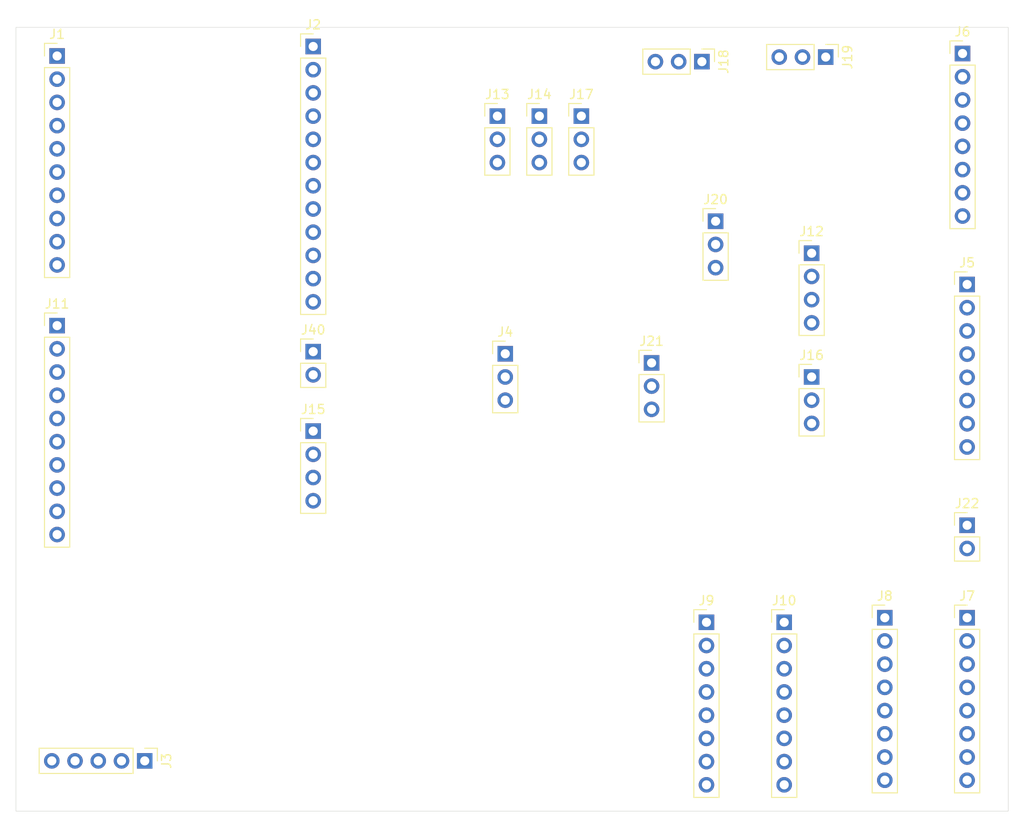
<source format=kicad_pcb>
(kicad_pcb (version 20241229) (generator "pcbnew") (generator_version "9.0")
  (layers (0 "F.Cu" signal) (2 "B.Cu" signal) (13 "F.Paste" user) (15 "B.Paste" user) (5 "F.SilkS" user "F.Silkscreen") (7 "B.SilkS" user "B.Silkscreen") (1 "F.Mask" user) (3 "B.Mask" user) (25 "Edge.Cuts" user))
  (net 0 "")
  (net 1 "PF10")
  (net 2 "PE5")
  (net 3 "PE6")
  (net 4 "PC4")
  (net 5 "PC3")
  (net 6 "PA5")
  (net 7 "PC2")
  (net 8 "GND")
  (net 9 "PF1")
  (net 10 "PC5")
  (net 11 "PE4")
  (net 12 "PC1")
  (net 13 "PF0")
  (net 14 "PE12")
  (net 15 "PA4")
  (net 16 "PI9")
  (net 17 "PB0")
  (net 18 "3V3")
  (net 19 "PB1")
  (net 20 "PA2")
  (net 21 "VCC_5V_ADJ")
  (net 22 "PA0")
  (net 23 "PA1")
  (net 24 "PI2")
  (net 25 "PI5")
  (net 26 "PI6")
  (net 27 "PI7")
  (net 28 "PA3")
  (net 29 "PD15")
  (net 30 "PD13")
  (net 31 "PD12")
  (net 32 "PH11")
  (net 33 "PH10")
  (net 34 "PH12")
  (net 35 "PI0")
  (net 36 "PD14")
  (net 37 "VCC_5V_U")
  (net 38 "PC0")
  (footprint "Connector_PinHeader_2.54mm:PinHeader_1x03_P2.54mm_Vertical" (layer "F.Cu") (at 130.82 47.46)
    (property "Reference" "J17" (at 0 -2.38 0) (layer "F.SilkS"))
    (property "Value" "Conn_01x03_Pin")
    (fp_line (start -1.38 -1.38) (end 0 -1.38) (stroke (width 0.12)) (layer "F.SilkS"))
    (fp_line (start -1.38 0) (end -1.38 -1.38) (stroke (width 0.12)) (layer "F.SilkS"))
    (fp_line (start -1.38 1.27) (end -1.38 6.46) (stroke (width 0.12)) (layer "F.SilkS"))
    (fp_line (start -1.38 1.27) (end 1.38 1.27) (stroke (width 0.12)) (layer "F.SilkS"))
    (fp_line (start -1.38 6.46) (end 1.38 6.46) (stroke (width 0.12)) (layer "F.SilkS"))
    (fp_line (start 1.38 1.27) (end 1.38 6.46) (stroke (width 0.12)) (layer "F.SilkS"))
    (pad "1" thru_hole rect (at 0 0) (size 1.7 1.7) (drill 1) (layers "*.Cu" "*.Mask") (net 31 "PD12"))
    (pad "2" thru_hole circle (at 0 2.54) (size 1.7 1.7) (drill 1) (layers "*.Cu" "*.Mask") (net 21 "VCC_5V_ADJ"))
    (pad "3" thru_hole circle (at 0 5.08) (size 1.7 1.7) (drill 1) (layers "*.Cu" "*.Mask") (net 8 "GND"))
  )
  (footprint "Connector_PinHeader_2.54mm:PinHeader_1x03_P2.54mm_Vertical" (layer "F.Cu") (at 144 41.5 -90)
    (property "Reference" "J18" (at 0 -2.38 90) (layer "F.SilkS"))
    (property "Value" "Conn_01x03_Pin")
    (fp_line (start -1.38 6.46) (end 1.38 6.46) (stroke (width 0.12)) (layer "F.SilkS"))
    (fp_line (start -1.38 1.27) (end -1.38 6.46) (stroke (width 0.12)) (layer "F.SilkS"))
    (fp_line (start -1.38 1.27) (end 1.38 1.27) (stroke (width 0.12)) (layer "F.SilkS"))
    (fp_line (start 1.38 1.27) (end 1.38 6.46) (stroke (width 0.12)) (layer "F.SilkS"))
    (fp_line (start -1.38 0) (end -1.38 -1.38) (stroke (width 0.12)) (layer "F.SilkS"))
    (fp_line (start -1.38 -1.38) (end 0 -1.38) (stroke (width 0.12)) (layer "F.SilkS"))
    (pad "1" thru_hole rect (at 0 0 270) (size 1.7 1.7) (drill 1) (layers "*.Cu" "*.Mask") (net 30 "PD13"))
    (pad "2" thru_hole circle (at 0 2.54 270) (size 1.7 1.7) (drill 1) (layers "*.Cu" "*.Mask") (net 21 "VCC_5V_ADJ"))
    (pad "3" thru_hole circle (at 0 5.08 270) (size 1.7 1.7) (drill 1) (layers "*.Cu" "*.Mask") (net 8 "GND"))
  )
  (footprint "Connector_PinHeader_2.54mm:PinHeader_1x03_P2.54mm_Vertical" (layer "F.Cu") (at 156 76)
    (property "Reference" "J16" (at 0 -2.38 0) (layer "F.SilkS"))
    (property "Value" "Conn_01x03_Pin")
    (fp_line (start -1.38 -1.38) (end 0 -1.38) (stroke (width 0.12)) (layer "F.SilkS"))
    (fp_line (start -1.38 0) (end -1.38 -1.38) (stroke (width 0.12)) (layer "F.SilkS"))
    (fp_line (start -1.38 1.27) (end -1.38 6.46) (stroke (width 0.12)) (layer "F.SilkS"))
    (fp_line (start -1.38 1.27) (end 1.38 1.27) (stroke (width 0.12)) (layer "F.SilkS"))
    (fp_line (start -1.38 6.46) (end 1.38 6.46) (stroke (width 0.12)) (layer "F.SilkS"))
    (fp_line (start 1.38 1.27) (end 1.38 6.46) (stroke (width 0.12)) (layer "F.SilkS"))
    (pad "1" thru_hole rect (at 0 0) (size 1.7 1.7) (drill 1) (layers "*.Cu" "*.Mask") (net 28 "PA3"))
    (pad "2" thru_hole circle (at 0 2.54) (size 1.7 1.7) (drill 1) (layers "*.Cu" "*.Mask") (net 21 "VCC_5V_ADJ"))
    (pad "3" thru_hole circle (at 0 5.08) (size 1.7 1.7) (drill 1) (layers "*.Cu" "*.Mask") (net 8 "GND"))
  )
  (footprint "Connector_PinHeader_2.54mm:PinHeader_1x08_P2.54mm_Vertical" (layer "F.Cu") (at 173 65.88)
    (property "Reference" "J5" (at 0 -2.38 0) (layer "F.SilkS"))
    (property "Value" "Conn_01x08_Pin")
    (fp_line (start -1.38 -1.38) (end 0 -1.38) (stroke (width 0.12)) (layer "F.SilkS"))
    (fp_line (start -1.38 0) (end -1.38 -1.38) (stroke (width 0.12)) (layer "F.SilkS"))
    (fp_line (start -1.38 1.27) (end -1.38 19.16) (stroke (width 0.12)) (layer "F.SilkS"))
    (fp_line (start -1.38 1.27) (end 1.38 1.27) (stroke (width 0.12)) (layer "F.SilkS"))
    (fp_line (start -1.38 19.16) (end 1.38 19.16) (stroke (width 0.12)) (layer "F.SilkS"))
    (fp_line (start 1.38 1.27) (end 1.38 19.16) (stroke (width 0.12)) (layer "F.SilkS"))
    (pad "1" thru_hole rect (at 0 0) (size 1.7 1.7) (drill 1) (layers "*.Cu" "*.Mask") (net 22 "PA0"))
    (pad "2" thru_hole circle (at 0 2.54) (size 1.7 1.7) (drill 1) (layers "*.Cu" "*.Mask") (net 23 "PA1"))
    (pad "3" thru_hole circle (at 0 5.08) (size 1.7 1.7) (drill 1) (layers "*.Cu" "*.Mask") (net 20 "PA2"))
    (pad "4" thru_hole circle (at 0 7.62) (size 1.7 1.7) (drill 1) (layers "*.Cu" "*.Mask") (net 28 "PA3"))
    (pad "5" thru_hole circle (at 0 10.16) (size 1.7 1.7) (drill 1) (layers "*.Cu" "*.Mask") (net 25 "PI5"))
    (pad "6" thru_hole circle (at 0 12.7) (size 1.7 1.7) (drill 1) (layers "*.Cu" "*.Mask") (net 26 "PI6"))
    (pad "7" thru_hole circle (at 0 15.24) (size 1.7 1.7) (drill 1) (layers "*.Cu" "*.Mask") (net 27 "PI7"))
    (pad "8" thru_hole circle (at 0 17.78) (size 1.7 1.7) (drill 1) (layers "*.Cu" "*.Mask") (net 24 "PI2"))
  )
  (footprint "Connector_PinHeader_2.54mm:PinHeader_1x03_P2.54mm_Vertical" (layer "F.Cu") (at 122.5 73.46)
    (property "Reference" "J4" (at 0 -2.38 0) (layer "F.SilkS"))
    (property "Value" "Conn_01x03_Pin")
    (fp_line (start -1.38 -1.38) (end 0 -1.38) (stroke (width 0.12)) (layer "F.SilkS"))
    (fp_line (start -1.38 0) (end -1.38 -1.38) (stroke (width 0.12)) (layer "F.SilkS"))
    (fp_line (start -1.38 1.27) (end -1.38 6.46) (stroke (width 0.12)) (layer "F.SilkS"))
    (fp_line (start -1.38 1.27) (end 1.38 1.27) (stroke (width 0.12)) (layer "F.SilkS"))
    (fp_line (start -1.38 6.46) (end 1.38 6.46) (stroke (width 0.12)) (layer "F.SilkS"))
    (fp_line (start 1.38 1.27) (end 1.38 6.46) (stroke (width 0.12)) (layer "F.SilkS"))
    (pad "1" thru_hole rect (at 0 0) (size 1.7 1.7) (drill 1) (layers "*.Cu" "*.Mask") (net 20 "PA2"))
    (pad "2" thru_hole circle (at 0 2.54) (size 1.7 1.7) (drill 1) (layers "*.Cu" "*.Mask") (net 21 "VCC_5V_ADJ"))
    (pad "3" thru_hole circle (at 0 5.08) (size 1.7 1.7) (drill 1) (layers "*.Cu" "*.Mask") (net 8 "GND"))
  )
  (footprint "Connector_PinHeader_2.54mm:PinHeader_1x10_P2.54mm_Vertical" (layer "F.Cu") (at 73.5 40.88)
    (property "Reference" "J1" (at 0 -2.38 0) (layer "F.SilkS"))
    (property "Value" "Conn_01x10_Pin")
    (fp_line (start -1.38 -1.38) (end 0 -1.38) (stroke (width 0.12)) (layer "F.SilkS"))
    (fp_line (start -1.38 0) (end -1.38 -1.38) (stroke (width 0.12)) (layer "F.SilkS"))
    (fp_line (start -1.38 1.27) (end -1.38 24.24) (stroke (width 0.12)) (layer "F.SilkS"))
    (fp_line (start -1.38 1.27) (end 1.38 1.27) (stroke (width 0.12)) (layer "F.SilkS"))
    (fp_line (start -1.38 24.24) (end 1.38 24.24) (stroke (width 0.12)) (layer "F.SilkS"))
    (fp_line (start 1.38 1.27) (end 1.38 24.24) (stroke (width 0.12)) (layer "F.SilkS"))
    (pad "1" thru_hole rect (at 0 0) (size 1.7 1.7) (drill 1) (layers "*.Cu" "*.Mask") (net 9 "PF1"))
    (pad "2" thru_hole circle (at 0 2.54) (size 1.7 1.7) (drill 1) (layers "*.Cu" "*.Mask") (net 2 "PE5"))
    (pad "3" thru_hole circle (at 0 5.08) (size 1.7 1.7) (drill 1) (layers "*.Cu" "*.Mask") (net 3 "PE6"))
    (pad "4" thru_hole circle (at 0 7.62) (size 1.7 1.7) (drill 1) (layers "*.Cu" "*.Mask") (net 7 "PC2"))
    (pad "5" thru_hole circle (at 0 10.16) (size 1.7 1.7) (drill 1) (layers "*.Cu" "*.Mask") (net 5 "PC3"))
    (pad "6" thru_hole circle (at 0 12.7) (size 1.7 1.7) (drill 1) (layers "*.Cu" "*.Mask") (net 4 "PC4"))
    (pad "7" thru_hole circle (at 0 15.24) (size 1.7 1.7) (drill 1) (layers "*.Cu" "*.Mask") (net 10 "PC5"))
    (pad "8" thru_hole circle (at 0 17.78) (size 1.7 1.7) (drill 1) (layers "*.Cu" "*.Mask") (net 6 "PA5"))
    (pad "9" thru_hole circle (at 0 20.32) (size 1.7 1.7) (drill 1) (layers "*.Cu" "*.Mask") (net 1 "PF10"))
    (pad "10" thru_hole circle (at 0 22.86) (size 1.7 1.7) (drill 1) (layers "*.Cu" "*.Mask") (net 8 "GND"))
  )
  (footprint "Connector_PinHeader_2.54mm:PinHeader_1x08_P2.54mm_Vertical" (layer "F.Cu") (at 172.5 40.61)
    (property "Reference" "J6" (at 0 -2.38 0) (layer "F.SilkS"))
    (property "Value" "Conn_01x08_Pin")
    (fp_line (start -1.38 -1.38) (end 0 -1.38) (stroke (width 0.12)) (layer "F.SilkS"))
    (fp_line (start -1.38 0) (end -1.38 -1.38) (stroke (width 0.12)) (layer "F.SilkS"))
    (fp_line (start -1.38 1.27) (end -1.38 19.16) (stroke (width 0.12)) (layer "F.SilkS"))
    (fp_line (start -1.38 1.27) (end 1.38 1.27) (stroke (width 0.12)) (layer "F.SilkS"))
    (fp_line (start -1.38 19.16) (end 1.38 19.16) (stroke (width 0.12)) (layer "F.SilkS"))
    (fp_line (start 1.38 1.27) (end 1.38 19.16) (stroke (width 0.12)) (layer "F.SilkS"))
    (pad "1" thru_hole rect (at 0 0) (size 1.7 1.7) (drill 1) (layers "*.Cu" "*.Mask") (net 31 "PD12"))
    (pad "2" thru_hole circle (at 0 2.54) (size 1.7 1.7) (drill 1) (layers "*.Cu" "*.Mask") (net 30 "PD13"))
    (pad "3" thru_hole circle (at 0 5.08) (size 1.7 1.7) (drill 1) (layers "*.Cu" "*.Mask") (net 36 "PD14"))
    (pad "4" thru_hole circle (at 0 7.62) (size 1.7 1.7) (drill 1) (layers "*.Cu" "*.Mask") (net 29 "PD15"))
    (pad "5" thru_hole circle (at 0 10.16) (size 1.7 1.7) (drill 1) (layers "*.Cu" "*.Mask") (net 33 "PH10"))
    (pad "6" thru_hole circle (at 0 12.7) (size 1.7 1.7) (drill 1) (layers "*.Cu" "*.Mask") (net 32 "PH11"))
    (pad "7" thru_hole circle (at 0 15.24) (size 1.7 1.7) (drill 1) (layers "*.Cu" "*.Mask") (net 34 "PH12"))
    (pad "8" thru_hole circle (at 0 17.78) (size 1.7 1.7) (drill 1) (layers "*.Cu" "*.Mask") (net 35 "PI0"))
  )
  (footprint "Connector_PinHeader_2.54mm:PinHeader_1x03_P2.54mm_Vertical" (layer "F.Cu") (at 121.64 47.46)
    (property "Reference" "J13" (at 0 -2.38 0) (layer "F.SilkS"))
    (property "Value" "Conn_01x03_Pin")
    (fp_line (start -1.38 -1.38) (end 0 -1.38) (stroke (width 0.12)) (layer "F.SilkS"))
    (fp_line (start -1.38 0) (end -1.38 -1.38) (stroke (width 0.12)) (layer "F.SilkS"))
    (fp_line (start -1.38 1.27) (end -1.38 6.46) (stroke (width 0.12)) (layer "F.SilkS"))
    (fp_line (start -1.38 1.27) (end 1.38 1.27) (stroke (width 0.12)) (layer "F.SilkS"))
    (fp_line (start -1.38 6.46) (end 1.38 6.46) (stroke (width 0.12)) (layer "F.SilkS"))
    (fp_line (start 1.38 1.27) (end 1.38 6.46) (stroke (width 0.12)) (layer "F.SilkS"))
    (pad "1" thru_hole rect (at 0 0) (size 1.7 1.7) (drill 1) (layers "*.Cu" "*.Mask") (net 35 "PI0"))
    (pad "2" thru_hole circle (at 0 2.54) (size 1.7 1.7) (drill 1) (layers "*.Cu" "*.Mask") (net 21 "VCC_5V_ADJ"))
    (pad "3" thru_hole circle (at 0 5.08) (size 1.7 1.7) (drill 1) (layers "*.Cu" "*.Mask") (net 8 "GND"))
  )
  (footprint "Connector_PinHeader_2.54mm:PinHeader_1x03_P2.54mm_Vertical" (layer "F.Cu") (at 145.5 58.96)
    (property "Reference" "J20" (at 0 -2.38 0) (layer "F.SilkS"))
    (property "Value" "Conn_01x03_Pin")
    (fp_line (start -1.38 -1.38) (end 0 -1.38) (stroke (width 0.12)) (layer "F.SilkS"))
    (fp_line (start -1.38 0) (end -1.38 -1.38) (stroke (width 0.12)) (layer "F.SilkS"))
    (fp_line (start -1.38 1.27) (end -1.38 6.46) (stroke (width 0.12)) (layer "F.SilkS"))
    (fp_line (start -1.38 1.27) (end 1.38 1.27) (stroke (width 0.12)) (layer "F.SilkS"))
    (fp_line (start -1.38 6.46) (end 1.38 6.46) (stroke (width 0.12)) (layer "F.SilkS"))
    (fp_line (start 1.38 1.27) (end 1.38 6.46) (stroke (width 0.12)) (layer "F.SilkS"))
    (pad "1" thru_hole rect (at 0 0) (size 1.7 1.7) (drill 1) (layers "*.Cu" "*.Mask") (net 36 "PD14"))
    (pad "2" thru_hole circle (at 0 2.54) (size 1.7 1.7) (drill 1) (layers "*.Cu" "*.Mask") (net 21 "VCC_5V_ADJ"))
    (pad "3" thru_hole circle (at 0 5.08) (size 1.7 1.7) (drill 1) (layers "*.Cu" "*.Mask") (net 8 "GND"))
  )
  (footprint "Connector_PinHeader_2.54mm:PinHeader_1x03_P2.54mm_Vertical" (layer "F.Cu") (at 157.54 41 -90)
    (property "Reference" "J19" (at 0 -2.38 90) (layer "F.SilkS"))
    (property "Value" "Conn_01x03_Pin")
    (fp_line (start -1.38 6.46) (end 1.38 6.46) (stroke (width 0.12)) (layer "F.SilkS"))
    (fp_line (start -1.38 1.27) (end -1.38 6.46) (stroke (width 0.12)) (layer "F.SilkS"))
    (fp_line (start -1.38 1.27) (end 1.38 1.27) (stroke (width 0.12)) (layer "F.SilkS"))
    (fp_line (start 1.38 1.27) (end 1.38 6.46) (stroke (width 0.12)) (layer "F.SilkS"))
    (fp_line (start -1.38 0) (end -1.38 -1.38) (stroke (width 0.12)) (layer "F.SilkS"))
    (fp_line (start -1.38 -1.38) (end 0 -1.38) (stroke (width 0.12)) (layer "F.SilkS"))
    (pad "1" thru_hole rect (at 0 0 270) (size 1.7 1.7) (drill 1) (layers "*.Cu" "*.Mask") (net 25 "PI5"))
    (pad "2" thru_hole circle (at 0 2.54 270) (size 1.7 1.7) (drill 1) (layers "*.Cu" "*.Mask") (net 21 "VCC_5V_ADJ"))
    (pad "3" thru_hole circle (at 0 5.08 270) (size 1.7 1.7) (drill 1) (layers "*.Cu" "*.Mask") (net 8 "GND"))
  )
  (footprint "Connector_PinHeader_2.54mm:PinHeader_1x10_P2.54mm_Vertical" (layer "F.Cu") (at 73.5 70.38)
    (property "Reference" "J11" (at 0 -2.38 0) (layer "F.SilkS"))
    (property "Value" "Conn_01x10_Pin")
    (fp_line (start -1.38 -1.38) (end 0 -1.38) (stroke (width 0.12)) (layer "F.SilkS"))
    (fp_line (start -1.38 0) (end -1.38 -1.38) (stroke (width 0.12)) (layer "F.SilkS"))
    (fp_line (start -1.38 1.27) (end -1.38 24.24) (stroke (width 0.12)) (layer "F.SilkS"))
    (fp_line (start -1.38 1.27) (end 1.38 1.27) (stroke (width 0.12)) (layer "F.SilkS"))
    (fp_line (start -1.38 24.24) (end 1.38 24.24) (stroke (width 0.12)) (layer "F.SilkS"))
    (fp_line (start 1.38 1.27) (end 1.38 24.24) (stroke (width 0.12)) (layer "F.SilkS"))
    (pad "1" thru_hole rect (at 0 0) (size 1.7 1.7) (drill 1) (layers "*.Cu" "*.Mask") (net 13 "PF0"))
    (pad "2" thru_hole circle (at 0 2.54) (size 1.7 1.7) (drill 1) (layers "*.Cu" "*.Mask") (net 11 "PE4"))
    (pad "3" thru_hole circle (at 0 5.08) (size 1.7 1.7) (drill 1) (layers "*.Cu" "*.Mask") (net 14 "PE12"))
    (pad "4" thru_hole circle (at 0 7.62) (size 1.7 1.7) (drill 1) (layers "*.Cu" "*.Mask") (net 17 "PB0"))
    (pad "5" thru_hole circle (at 0 10.16) (size 1.7 1.7) (drill 1) (layers "*.Cu" "*.Mask") (net 19 "PB1"))
    (pad "6" thru_hole circle (at 0 12.7) (size 1.7 1.7) (drill 1) (layers "*.Cu" "*.Mask") (net 38 "PC0"))
    (pad "7" thru_hole circle (at 0 15.24) (size 1.7 1.7) (drill 1) (layers "*.Cu" "*.Mask") (net 12 "PC1"))
    (pad "8" thru_hole circle (at 0 17.78) (size 1.7 1.7) (drill 1) (layers "*.Cu" "*.Mask") (net 15 "PA4"))
    (pad "9" thru_hole circle (at 0 20.32) (size 1.7 1.7) (drill 1) (layers "*.Cu" "*.Mask") (net 16 "PI9"))
    (pad "10" thru_hole circle (at 0 22.86) (size 1.7 1.7) (drill 1) (layers "*.Cu" "*.Mask") (net 37 "VCC_5V_U"))
  )
  (footprint "Connector_PinHeader_2.54mm:PinHeader_1x03_P2.54mm_Vertical" (layer "F.Cu") (at 138.5 74.46)
    (property "Reference" "J21" (at 0 -2.38 0) (layer "F.SilkS"))
    (property "Value" "Conn_01x03_Pin")
    (fp_line (start -1.38 -1.38) (end 0 -1.38) (stroke (width 0.12)) (layer "F.SilkS"))
    (fp_line (start -1.38 0) (end -1.38 -1.38) (stroke (width 0.12)) (layer "F.SilkS"))
    (fp_line (start -1.38 1.27) (end -1.38 6.46) (stroke (width 0.12)) (layer "F.SilkS"))
    (fp_line (start -1.38 1.27) (end 1.38 1.27) (stroke (width 0.12)) (layer "F.SilkS"))
    (fp_line (start -1.38 6.46) (end 1.38 6.46) (stroke (width 0.12)) (layer "F.SilkS"))
    (fp_line (start 1.38 1.27) (end 1.38 6.46) (stroke (width 0.12)) (layer "F.SilkS"))
    (pad "1" thru_hole rect (at 0 0) (size 1.7 1.7) (drill 1) (layers "*.Cu" "*.Mask") (net 29 "PD15"))
    (pad "2" thru_hole circle (at 0 2.54) (size 1.7 1.7) (drill 1) (layers "*.Cu" "*.Mask") (net 21 "VCC_5V_ADJ"))
    (pad "3" thru_hole circle (at 0 5.08) (size 1.7 1.7) (drill 1) (layers "*.Cu" "*.Mask") (net 8 "GND"))
  )
  (footprint "Connector_PinHeader_2.54mm:PinHeader_1x08_P2.54mm_Vertical" (layer "F.Cu") (at 144.5 102.84)
    (property "Reference" "J9" (at 0 -2.38 0) (layer "F.SilkS"))
    (property "Value" "Conn_01x08_Pin")
    (fp_line (start -1.38 -1.38) (end 0 -1.38) (stroke (width 0.12)) (layer "F.SilkS"))
    (fp_line (start -1.38 0) (end -1.38 -1.38) (stroke (width 0.12)) (layer "F.SilkS"))
    (fp_line (start -1.38 1.27) (end -1.38 19.16) (stroke (width 0.12)) (layer "F.SilkS"))
    (fp_line (start -1.38 1.27) (end 1.38 1.27) (stroke (width 0.12)) (layer "F.SilkS"))
    (fp_line (start -1.38 19.16) (end 1.38 19.16) (stroke (width 0.12)) (layer "F.SilkS"))
    (fp_line (start 1.38 1.27) (end 1.38 19.16) (stroke (width 0.12)) (layer "F.SilkS"))
    (pad "1" thru_hole rect (at 0 0) (size 1.7 1.7) (drill 1) (layers "*.Cu" "*.Mask") (net 8 "GND"))
    (pad "2" thru_hole circle (at 0 2.54) (size 1.7 1.7) (drill 1) (layers "*.Cu" "*.Mask") (net 8 "GND"))
    (pad "3" thru_hole circle (at 0 5.08) (size 1.7 1.7) (drill 1) (layers "*.Cu" "*.Mask") (net 8 "GND"))
    (pad "4" thru_hole circle (at 0 7.62) (size 1.7 1.7) (drill 1) (layers "*.Cu" "*.Mask") (net 8 "GND"))
    (pad "5" thru_hole circle (at 0 10.16) (size 1.7 1.7) (drill 1) (layers "*.Cu" "*.Mask") (net 8 "GND"))
    (pad "6" thru_hole circle (at 0 12.7) (size 1.7 1.7) (drill 1) (layers "*.Cu" "*.Mask") (net 8 "GND"))
    (pad "7" thru_hole circle (at 0 15.24) (size 1.7 1.7) (drill 1) (layers "*.Cu" "*.Mask") (net 8 "GND"))
    (pad "8" thru_hole circle (at 0 17.78) (size 1.7 1.7) (drill 1) (layers "*.Cu" "*.Mask") (net 8 "GND"))
  )
  (footprint "Connector_PinHeader_2.54mm:PinHeader_1x04_P2.54mm_Vertical" (layer "F.Cu") (at 101.5 81.92)
    (property "Reference" "J15" (at 0 -2.38 0) (layer "F.SilkS"))
    (property "Value" "Conn_01x04_Pin")
    (fp_line (start -1.38 -1.38) (end 0 -1.38) (stroke (width 0.12)) (layer "F.SilkS"))
    (fp_line (start -1.38 0) (end -1.38 -1.38) (stroke (width 0.12)) (layer "F.SilkS"))
    (fp_line (start -1.38 1.27) (end -1.38 9) (stroke (width 0.12)) (layer "F.SilkS"))
    (fp_line (start -1.38 1.27) (end 1.38 1.27) (stroke (width 0.12)) (layer "F.SilkS"))
    (fp_line (start -1.38 9) (end 1.38 9) (stroke (width 0.12)) (layer "F.SilkS"))
    (fp_line (start 1.38 1.27) (end 1.38 9) (stroke (width 0.12)) (layer "F.SilkS"))
    (pad "1" thru_hole rect (at 0 0) (size 1.7 1.7) (drill 1) (layers "*.Cu" "*.Mask") (net 8 "GND"))
    (pad "2" thru_hole circle (at 0 2.54) (size 1.7 1.7) (drill 1) (layers "*.Cu" "*.Mask") (net 4 "PC4"))
    (pad "3" thru_hole circle (at 0 5.08) (size 1.7 1.7) (drill 1) (layers "*.Cu" "*.Mask") (net 38 "PC0"))
    (pad "4" thru_hole circle (at 0 7.62) (size 1.7 1.7) (drill 1) (layers "*.Cu" "*.Mask") (net 21 "VCC_5V_ADJ"))
  )
  (footprint "Connector_PinHeader_2.54mm:PinHeader_1x08_P2.54mm_Vertical" (layer "F.Cu") (at 164 102.34)
    (property "Reference" "J8" (at 0 -2.38 0) (layer "F.SilkS"))
    (property "Value" "Conn_01x08_Pin")
    (fp_line (start -1.38 -1.38) (end 0 -1.38) (stroke (width 0.12)) (layer "F.SilkS"))
    (fp_line (start -1.38 0) (end -1.38 -1.38) (stroke (width 0.12)) (layer "F.SilkS"))
    (fp_line (start -1.38 1.27) (end -1.38 19.16) (stroke (width 0.12)) (layer "F.SilkS"))
    (fp_line (start -1.38 1.27) (end 1.38 1.27) (stroke (width 0.12)) (layer "F.SilkS"))
    (fp_line (start -1.38 19.16) (end 1.38 19.16) (stroke (width 0.12)) (layer "F.SilkS"))
    (fp_line (start 1.38 1.27) (end 1.38 19.16) (stroke (width 0.12)) (layer "F.SilkS"))
    (pad "1" thru_hole rect (at 0 0) (size 1.7 1.7) (drill 1) (layers "*.Cu" "*.Mask") (net 21 "VCC_5V_ADJ"))
    (pad "2" thru_hole circle (at 0 2.54) (size 1.7 1.7) (drill 1) (layers "*.Cu" "*.Mask") (net 21 "VCC_5V_ADJ"))
    (pad "3" thru_hole circle (at 0 5.08) (size 1.7 1.7) (drill 1) (layers "*.Cu" "*.Mask") (net 21 "VCC_5V_ADJ"))
    (pad "4" thru_hole circle (at 0 7.62) (size 1.7 1.7) (drill 1) (layers "*.Cu" "*.Mask") (net 21 "VCC_5V_ADJ"))
    (pad "5" thru_hole circle (at 0 10.16) (size 1.7 1.7) (drill 1) (layers "*.Cu" "*.Mask") (net 21 "VCC_5V_ADJ"))
    (pad "6" thru_hole circle (at 0 12.7) (size 1.7 1.7) (drill 1) (layers "*.Cu" "*.Mask") (net 21 "VCC_5V_ADJ"))
    (pad "7" thru_hole circle (at 0 15.24) (size 1.7 1.7) (drill 1) (layers "*.Cu" "*.Mask") (net 21 "VCC_5V_ADJ"))
    (pad "8" thru_hole circle (at 0 17.78) (size 1.7 1.7) (drill 1) (layers "*.Cu" "*.Mask") (net 21 "VCC_5V_ADJ"))
  )
  (footprint "Connector_PinHeader_2.54mm:PinHeader_1x02_P2.54mm_Vertical" (layer "F.Cu") (at 173 92.225)
    (property "Reference" "J22" (at 0 -2.38 0) (layer "F.SilkS"))
    (property "Value" "Conn_01x02_Pin")
    (fp_line (start -1.38 -1.38) (end 0 -1.38) (stroke (width 0.12)) (layer "F.SilkS"))
    (fp_line (start -1.38 0) (end -1.38 -1.38) (stroke (width 0.12)) (layer "F.SilkS"))
    (fp_line (start -1.38 1.27) (end -1.38 3.92) (stroke (width 0.12)) (layer "F.SilkS"))
    (fp_line (start -1.38 1.27) (end 1.38 1.27) (stroke (width 0.12)) (layer "F.SilkS"))
    (fp_line (start -1.38 3.92) (end 1.38 3.92) (stroke (width 0.12)) (layer "F.SilkS"))
    (fp_line (start 1.38 1.27) (end 1.38 3.92) (stroke (width 0.12)) (layer "F.SilkS"))
    (pad "1" thru_hole rect (at 0 0) (size 1.7 1.7) (drill 1) (layers "*.Cu" "*.Mask") (net 18 "3V3"))
    (pad "2" thru_hole circle (at 0 2.54) (size 1.7 1.7) (drill 1) (layers "*.Cu" "*.Mask") (net 8 "GND"))
  )
  (footprint "Connector_PinHeader_2.54mm:PinHeader_1x03_P2.54mm_Vertical" (layer "F.Cu") (at 126.23 47.46)
    (property "Reference" "J14" (at 0 -2.38 0) (layer "F.SilkS"))
    (property "Value" "Conn_01x03_Pin")
    (fp_line (start -1.38 -1.38) (end 0 -1.38) (stroke (width 0.12)) (layer "F.SilkS"))
    (fp_line (start -1.38 0) (end -1.38 -1.38) (stroke (width 0.12)) (layer "F.SilkS"))
    (fp_line (start -1.38 1.27) (end -1.38 6.46) (stroke (width 0.12)) (layer "F.SilkS"))
    (fp_line (start -1.38 1.27) (end 1.38 1.27) (stroke (width 0.12)) (layer "F.SilkS"))
    (fp_line (start -1.38 6.46) (end 1.38 6.46) (stroke (width 0.12)) (layer "F.SilkS"))
    (fp_line (start 1.38 1.27) (end 1.38 6.46) (stroke (width 0.12)) (layer "F.SilkS"))
    (pad "1" thru_hole rect (at 0 0) (size 1.7 1.7) (drill 1) (layers "*.Cu" "*.Mask") (net 34 "PH12"))
    (pad "2" thru_hole circle (at 0 2.54) (size 1.7 1.7) (drill 1) (layers "*.Cu" "*.Mask") (net 21 "VCC_5V_ADJ"))
    (pad "3" thru_hole circle (at 0 5.08) (size 1.7 1.7) (drill 1) (layers "*.Cu" "*.Mask") (net 8 "GND"))
  )
  (footprint "Connector_PinHeader_2.54mm:PinHeader_1x08_P2.54mm_Vertical" (layer "F.Cu") (at 153 102.84)
    (property "Reference" "J10" (at 0 -2.38 0) (layer "F.SilkS"))
    (property "Value" "Conn_01x08_Pin")
    (fp_line (start -1.38 -1.38) (end 0 -1.38) (stroke (width 0.12)) (layer "F.SilkS"))
    (fp_line (start -1.38 0) (end -1.38 -1.38) (stroke (width 0.12)) (layer "F.SilkS"))
    (fp_line (start -1.38 1.27) (end -1.38 19.16) (stroke (width 0.12)) (layer "F.SilkS"))
    (fp_line (start -1.38 1.27) (end 1.38 1.27) (stroke (width 0.12)) (layer "F.SilkS"))
    (fp_line (start -1.38 19.16) (end 1.38 19.16) (stroke (width 0.12)) (layer "F.SilkS"))
    (fp_line (start 1.38 1.27) (end 1.38 19.16) (stroke (width 0.12)) (layer "F.SilkS"))
    (pad "1" thru_hole rect (at 0 0) (size 1.7 1.7) (drill 1) (layers "*.Cu" "*.Mask") (net 8 "GND"))
    (pad "2" thru_hole circle (at 0 2.54) (size 1.7 1.7) (drill 1) (layers "*.Cu" "*.Mask") (net 8 "GND"))
    (pad "3" thru_hole circle (at 0 5.08) (size 1.7 1.7) (drill 1) (layers "*.Cu" "*.Mask") (net 8 "GND"))
    (pad "4" thru_hole circle (at 0 7.62) (size 1.7 1.7) (drill 1) (layers "*.Cu" "*.Mask") (net 8 "GND"))
    (pad "5" thru_hole circle (at 0 10.16) (size 1.7 1.7) (drill 1) (layers "*.Cu" "*.Mask") (net 8 "GND"))
    (pad "6" thru_hole circle (at 0 12.7) (size 1.7 1.7) (drill 1) (layers "*.Cu" "*.Mask") (net 8 "GND"))
    (pad "7" thru_hole circle (at 0 15.24) (size 1.7 1.7) (drill 1) (layers "*.Cu" "*.Mask") (net 8 "GND"))
    (pad "8" thru_hole circle (at 0 17.78) (size 1.7 1.7) (drill 1) (layers "*.Cu" "*.Mask") (net 8 "GND"))
  )
  (footprint "Connector_PinHeader_2.54mm:PinHeader_1x12_P2.54mm_Vertical" (layer "F.Cu") (at 101.5 39.84)
    (property "Reference" "J2" (at 0 -2.38 0) (layer "F.SilkS"))
    (property "Value" "Conn_01x12_Pin")
    (fp_line (start -1.38 -1.38) (end 0 -1.38) (stroke (width 0.12)) (layer "F.SilkS"))
    (fp_line (start -1.38 0) (end -1.38 -1.38) (stroke (width 0.12)) (layer "F.SilkS"))
    (fp_line (start -1.38 1.27) (end -1.38 29.32) (stroke (width 0.12)) (layer "F.SilkS"))
    (fp_line (start -1.38 1.27) (end 1.38 1.27) (stroke (width 0.12)) (layer "F.SilkS"))
    (fp_line (start -1.38 29.32) (end 1.38 29.32) (stroke (width 0.12)) (layer "F.SilkS"))
    (fp_line (start 1.38 1.27) (end 1.38 29.32) (stroke (width 0.12)) (layer "F.SilkS"))
    (pad "1" thru_hole rect (at 0 0) (size 1.7 1.7) (drill 1) (layers "*.Cu" "*.Mask") (net 11 "PE4"))
    (pad "2" thru_hole circle (at 0 2.54) (size 1.7 1.7) (drill 1) (layers "*.Cu" "*.Mask") (net 1 "PF10"))
    (pad "3" thru_hole circle (at 0 5.08) (size 1.7 1.7) (drill 1) (layers "*.Cu" "*.Mask") (net 13 "PF0"))
    (pad "4" thru_hole circle (at 0 7.62) (size 1.7 1.7) (drill 1) (layers "*.Cu" "*.Mask") (net 16 "PI9"))
    (pad "5" thru_hole circle (at 0 10.16) (size 1.7 1.7) (drill 1) (layers "*.Cu" "*.Mask") (net 9 "PF1"))
    (pad "6" thru_hole circle (at 0 12.7) (size 1.7 1.7) (drill 1) (layers "*.Cu" "*.Mask") (net 2 "PE5"))
    (pad "7" thru_hole circle (at 0 15.24) (size 1.7 1.7) (drill 1) (layers "*.Cu" "*.Mask") (net 12 "PC1"))
    (pad "8" thru_hole circle (at 0 17.78) (size 1.7 1.7) (drill 1) (layers "*.Cu" "*.Mask") (net 14 "PE12"))
    (pad "9" thru_hole circle (at 0 20.32) (size 1.7 1.7) (drill 1) (layers "*.Cu" "*.Mask") (net 3 "PE6"))
    (pad "10" thru_hole circle (at 0 22.86) (size 1.7 1.7) (drill 1) (layers "*.Cu" "*.Mask") (net 10 "PC5"))
    (pad "11" thru_hole circle (at 0 25.4) (size 1.7 1.7) (drill 1) (layers "*.Cu" "*.Mask") (net 6 "PA5"))
    (pad "12" thru_hole circle (at 0 27.94) (size 1.7 1.7) (drill 1) (layers "*.Cu" "*.Mask") (net 15 "PA4"))
  )
  (footprint "Connector_PinHeader_2.54mm:PinHeader_1x05_P2.54mm_Vertical" (layer "F.Cu") (at 83.08 118 -90)
    (property "Reference" "J3" (at 0 -2.38 90) (layer "F.SilkS"))
    (property "Value" "Conn_01x05_Pin")
    (fp_line (start -1.38 11.54) (end 1.38 11.54) (stroke (width 0.12)) (layer "F.SilkS"))
    (fp_line (start -1.38 1.27) (end -1.38 11.54) (stroke (width 0.12)) (layer "F.SilkS"))
    (fp_line (start -1.38 1.27) (end 1.38 1.27) (stroke (width 0.12)) (layer "F.SilkS"))
    (fp_line (start 1.38 1.27) (end 1.38 11.54) (stroke (width 0.12)) (layer "F.SilkS"))
    (fp_line (start -1.38 0) (end -1.38 -1.38) (stroke (width 0.12)) (layer "F.SilkS"))
    (fp_line (start -1.38 -1.38) (end 0 -1.38) (stroke (width 0.12)) (layer "F.SilkS"))
    (pad "1" thru_hole rect (at 0 0 270) (size 1.7 1.7) (drill 1) (layers "*.Cu" "*.Mask") (net 18 "3V3"))
    (pad "2" thru_hole circle (at 0 2.54 270) (size 1.7 1.7) (drill 1) (layers "*.Cu" "*.Mask") (net 5 "PC3"))
    (pad "3" thru_hole circle (at 0 5.08 270) (size 1.7 1.7) (drill 1) (layers "*.Cu" "*.Mask") (net 19 "PB1"))
    (pad "4" thru_hole circle (at 0 7.62 270) (size 1.7 1.7) (drill 1) (layers "*.Cu" "*.Mask") (net 17 "PB0"))
    (pad "5" thru_hole circle (at 0 10.16 270) (size 1.7 1.7) (drill 1) (layers "*.Cu" "*.Mask") (net 8 "GND"))
  )
  (footprint "Connector_PinHeader_2.54mm:PinHeader_1x04_P2.54mm_Vertical" (layer "F.Cu") (at 156 62.46)
    (property "Reference" "J12" (at 0 -2.38 0) (layer "F.SilkS"))
    (property "Value" "Conn_01x04_Pin")
    (fp_line (start -1.38 -1.38) (end 0 -1.38) (stroke (width 0.12)) (layer "F.SilkS"))
    (fp_line (start -1.38 0) (end -1.38 -1.38) (stroke (width 0.12)) (layer "F.SilkS"))
    (fp_line (start -1.38 1.27) (end -1.38 9) (stroke (width 0.12)) (layer "F.SilkS"))
    (fp_line (start -1.38 1.27) (end 1.38 1.27) (stroke (width 0.12)) (layer "F.SilkS"))
    (fp_line (start -1.38 9) (end 1.38 9) (stroke (width 0.12)) (layer "F.SilkS"))
    (fp_line (start 1.38 1.27) (end 1.38 9) (stroke (width 0.12)) (layer "F.SilkS"))
    (pad "1" thru_hole rect (at 0 0) (size 1.7 1.7) (drill 1) (layers "*.Cu" "*.Mask") (net 18 "3V3"))
    (pad "2" thru_hole circle (at 0 2.54) (size 1.7 1.7) (drill 1) (layers "*.Cu" "*.Mask") (net 22 "PA0"))
    (pad "3" thru_hole circle (at 0 5.08) (size 1.7 1.7) (drill 1) (layers "*.Cu" "*.Mask") (net 23 "PA1"))
    (pad "4" thru_hole circle (at 0 7.62) (size 1.7 1.7) (drill 1) (layers "*.Cu" "*.Mask") (net 8 "GND"))
  )
  (footprint "Connector_PinHeader_2.54mm:PinHeader_1x08_P2.54mm_Vertical" (layer "F.Cu") (at 173 102.34)
    (property "Reference" "J7" (at 0 -2.38 0) (layer "F.SilkS"))
    (property "Value" "Conn_01x08_Pin")
    (fp_line (start -1.38 -1.38) (end 0 -1.38) (stroke (width 0.12)) (layer "F.SilkS"))
    (fp_line (start -1.38 0) (end -1.38 -1.38) (stroke (width 0.12)) (layer "F.SilkS"))
    (fp_line (start -1.38 1.27) (end -1.38 19.16) (stroke (width 0.12)) (layer "F.SilkS"))
    (fp_line (start -1.38 1.27) (end 1.38 1.27) (stroke (width 0.12)) (layer "F.SilkS"))
    (fp_line (start -1.38 19.16) (end 1.38 19.16) (stroke (width 0.12)) (layer "F.SilkS"))
    (fp_line (start 1.38 1.27) (end 1.38 19.16) (stroke (width 0.12)) (layer "F.SilkS"))
    (pad "1" thru_hole rect (at 0 0) (size 1.7 1.7) (drill 1) (layers "*.Cu" "*.Mask") (net 21 "VCC_5V_ADJ"))
    (pad "2" thru_hole circle (at 0 2.54) (size 1.7 1.7) (drill 1) (layers "*.Cu" "*.Mask") (net 21 "VCC_5V_ADJ"))
    (pad "3" thru_hole circle (at 0 5.08) (size 1.7 1.7) (drill 1) (layers "*.Cu" "*.Mask") (net 21 "VCC_5V_ADJ"))
    (pad "4" thru_hole circle (at 0 7.62) (size 1.7 1.7) (drill 1) (layers "*.Cu" "*.Mask") (net 21 "VCC_5V_ADJ"))
    (pad "5" thru_hole circle (at 0 10.16) (size 1.7 1.7) (drill 1) (layers "*.Cu" "*.Mask") (net 21 "VCC_5V_ADJ"))
    (pad "6" thru_hole circle (at 0 12.7) (size 1.7 1.7) (drill 1) (layers "*.Cu" "*.Mask") (net 21 "VCC_5V_ADJ"))
    (pad "7" thru_hole circle (at 0 15.24) (size 1.7 1.7) (drill 1) (layers "*.Cu" "*.Mask") (net 21 "VCC_5V_ADJ"))
    (pad "8" thru_hole circle (at 0 17.78) (size 1.7 1.7) (drill 1) (layers "*.Cu" "*.Mask") (net 21 "VCC_5V_ADJ"))
  )
  (footprint "Connector_PinHeader_2.54mm:PinHeader_1x02_P2.54mm_Vertical" (layer "F.Cu") (at 101.5 73.225)
    (property "Reference" "J40" (at 0 -2.38 0) (layer "F.SilkS"))
    (property "Value" "Conn_01x02_Pin")
    (fp_line (start -1.38 -1.38) (end 0 -1.38) (stroke (width 0.12)) (layer "F.SilkS"))
    (fp_line (start -1.38 0) (end -1.38 -1.38) (stroke (width 0.12)) (layer "F.SilkS"))
    (fp_line (start -1.38 1.27) (end -1.38 3.92) (stroke (width 0.12)) (layer "F.SilkS"))
    (fp_line (start -1.38 1.27) (end 1.38 1.27) (stroke (width 0.12)) (layer "F.SilkS"))
    (fp_line (start -1.38 3.92) (end 1.38 3.92) (stroke (width 0.12)) (layer "F.SilkS"))
    (fp_line (start 1.38 1.27) (end 1.38 3.92) (stroke (width 0.12)) (layer "F.SilkS"))
    (pad "1" thru_hole rect (at 0 0) (size 1.7 1.7) (drill 1) (layers "*.Cu" "*.Mask") (net 8 "GND"))
    (pad "2" thru_hole circle (at 0 2.54) (size 1.7 1.7) (drill 1) (layers "*.Cu" "*.Mask") (net 37 "VCC_5V_U"))
  )
  (gr_rect (start 69 37.75) (end 177.5 123.5) (stroke (width 0.05)) (fill no) (layer "Edge.Cuts"))
)
</source>
